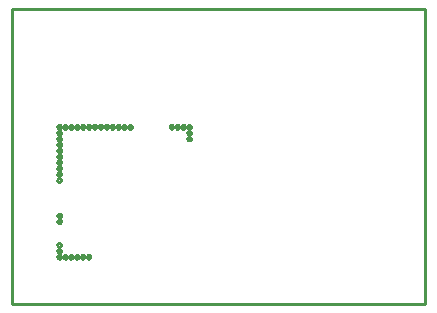
<source format=gbr>
G04 EAGLE Gerber X2 export*
%TF.Part,Single*%
%TF.FileFunction,Profile,NP*%
%TF.FilePolarity,Positive*%
%TF.GenerationSoftware,Autodesk,EAGLE,8.6.3*%
%TF.CreationDate,2018-03-01T00:52:03Z*%
G75*
%MOMM*%
%FSLAX34Y34*%
%LPD*%
%AMOC8*
5,1,8,0,0,1.08239X$1,22.5*%
G01*
%ADD10C,0.254000*%


D10*
X0Y0D02*
X350000Y0D01*
X350000Y250000D01*
X0Y250000D01*
X0Y0D01*
X41500Y144852D02*
X41442Y144562D01*
X41329Y144289D01*
X41165Y144044D01*
X40956Y143835D01*
X40711Y143671D01*
X40438Y143558D01*
X40148Y143500D01*
X39852Y143500D01*
X39562Y143558D01*
X39289Y143671D01*
X39044Y143835D01*
X38835Y144044D01*
X38671Y144289D01*
X38558Y144562D01*
X38500Y144852D01*
X38500Y145148D01*
X38558Y145438D01*
X38671Y145711D01*
X38835Y145956D01*
X39044Y146165D01*
X39289Y146329D01*
X39562Y146442D01*
X39852Y146500D01*
X40148Y146500D01*
X40438Y146442D01*
X40711Y146329D01*
X40956Y146165D01*
X41165Y145956D01*
X41329Y145711D01*
X41442Y145438D01*
X41500Y145148D01*
X41500Y144852D01*
X41500Y139852D02*
X41442Y139562D01*
X41329Y139289D01*
X41165Y139044D01*
X40956Y138835D01*
X40711Y138671D01*
X40438Y138558D01*
X40148Y138500D01*
X39852Y138500D01*
X39562Y138558D01*
X39289Y138671D01*
X39044Y138835D01*
X38835Y139044D01*
X38671Y139289D01*
X38558Y139562D01*
X38500Y139852D01*
X38500Y140148D01*
X38558Y140438D01*
X38671Y140711D01*
X38835Y140956D01*
X39044Y141165D01*
X39289Y141329D01*
X39562Y141442D01*
X39852Y141500D01*
X40148Y141500D01*
X40438Y141442D01*
X40711Y141329D01*
X40956Y141165D01*
X41165Y140956D01*
X41329Y140711D01*
X41442Y140438D01*
X41500Y140148D01*
X41500Y139852D01*
X41500Y134852D02*
X41442Y134562D01*
X41329Y134289D01*
X41165Y134044D01*
X40956Y133835D01*
X40711Y133671D01*
X40438Y133558D01*
X40148Y133500D01*
X39852Y133500D01*
X39562Y133558D01*
X39289Y133671D01*
X39044Y133835D01*
X38835Y134044D01*
X38671Y134289D01*
X38558Y134562D01*
X38500Y134852D01*
X38500Y135148D01*
X38558Y135438D01*
X38671Y135711D01*
X38835Y135956D01*
X39044Y136165D01*
X39289Y136329D01*
X39562Y136442D01*
X39852Y136500D01*
X40148Y136500D01*
X40438Y136442D01*
X40711Y136329D01*
X40956Y136165D01*
X41165Y135956D01*
X41329Y135711D01*
X41442Y135438D01*
X41500Y135148D01*
X41500Y134852D01*
X41500Y129852D02*
X41442Y129562D01*
X41329Y129289D01*
X41165Y129044D01*
X40956Y128835D01*
X40711Y128671D01*
X40438Y128558D01*
X40148Y128500D01*
X39852Y128500D01*
X39562Y128558D01*
X39289Y128671D01*
X39044Y128835D01*
X38835Y129044D01*
X38671Y129289D01*
X38558Y129562D01*
X38500Y129852D01*
X38500Y130148D01*
X38558Y130438D01*
X38671Y130711D01*
X38835Y130956D01*
X39044Y131165D01*
X39289Y131329D01*
X39562Y131442D01*
X39852Y131500D01*
X40148Y131500D01*
X40438Y131442D01*
X40711Y131329D01*
X40956Y131165D01*
X41165Y130956D01*
X41329Y130711D01*
X41442Y130438D01*
X41500Y130148D01*
X41500Y129852D01*
X41500Y124852D02*
X41442Y124562D01*
X41329Y124289D01*
X41165Y124044D01*
X40956Y123835D01*
X40711Y123671D01*
X40438Y123558D01*
X40148Y123500D01*
X39852Y123500D01*
X39562Y123558D01*
X39289Y123671D01*
X39044Y123835D01*
X38835Y124044D01*
X38671Y124289D01*
X38558Y124562D01*
X38500Y124852D01*
X38500Y125148D01*
X38558Y125438D01*
X38671Y125711D01*
X38835Y125956D01*
X39044Y126165D01*
X39289Y126329D01*
X39562Y126442D01*
X39852Y126500D01*
X40148Y126500D01*
X40438Y126442D01*
X40711Y126329D01*
X40956Y126165D01*
X41165Y125956D01*
X41329Y125711D01*
X41442Y125438D01*
X41500Y125148D01*
X41500Y124852D01*
X41500Y119852D02*
X41442Y119562D01*
X41329Y119289D01*
X41165Y119044D01*
X40956Y118835D01*
X40711Y118671D01*
X40438Y118558D01*
X40148Y118500D01*
X39852Y118500D01*
X39562Y118558D01*
X39289Y118671D01*
X39044Y118835D01*
X38835Y119044D01*
X38671Y119289D01*
X38558Y119562D01*
X38500Y119852D01*
X38500Y120148D01*
X38558Y120438D01*
X38671Y120711D01*
X38835Y120956D01*
X39044Y121165D01*
X39289Y121329D01*
X39562Y121442D01*
X39852Y121500D01*
X40148Y121500D01*
X40438Y121442D01*
X40711Y121329D01*
X40956Y121165D01*
X41165Y120956D01*
X41329Y120711D01*
X41442Y120438D01*
X41500Y120148D01*
X41500Y119852D01*
X41500Y114852D02*
X41442Y114562D01*
X41329Y114289D01*
X41165Y114044D01*
X40956Y113835D01*
X40711Y113671D01*
X40438Y113558D01*
X40148Y113500D01*
X39852Y113500D01*
X39562Y113558D01*
X39289Y113671D01*
X39044Y113835D01*
X38835Y114044D01*
X38671Y114289D01*
X38558Y114562D01*
X38500Y114852D01*
X38500Y115148D01*
X38558Y115438D01*
X38671Y115711D01*
X38835Y115956D01*
X39044Y116165D01*
X39289Y116329D01*
X39562Y116442D01*
X39852Y116500D01*
X40148Y116500D01*
X40438Y116442D01*
X40711Y116329D01*
X40956Y116165D01*
X41165Y115956D01*
X41329Y115711D01*
X41442Y115438D01*
X41500Y115148D01*
X41500Y114852D01*
X41500Y109852D02*
X41442Y109562D01*
X41329Y109289D01*
X41165Y109044D01*
X40956Y108835D01*
X40711Y108671D01*
X40438Y108558D01*
X40148Y108500D01*
X39852Y108500D01*
X39562Y108558D01*
X39289Y108671D01*
X39044Y108835D01*
X38835Y109044D01*
X38671Y109289D01*
X38558Y109562D01*
X38500Y109852D01*
X38500Y110148D01*
X38558Y110438D01*
X38671Y110711D01*
X38835Y110956D01*
X39044Y111165D01*
X39289Y111329D01*
X39562Y111442D01*
X39852Y111500D01*
X40148Y111500D01*
X40438Y111442D01*
X40711Y111329D01*
X40956Y111165D01*
X41165Y110956D01*
X41329Y110711D01*
X41442Y110438D01*
X41500Y110148D01*
X41500Y109852D01*
X41500Y104852D02*
X41442Y104562D01*
X41329Y104289D01*
X41165Y104044D01*
X40956Y103835D01*
X40711Y103671D01*
X40438Y103558D01*
X40148Y103500D01*
X39852Y103500D01*
X39562Y103558D01*
X39289Y103671D01*
X39044Y103835D01*
X38835Y104044D01*
X38671Y104289D01*
X38558Y104562D01*
X38500Y104852D01*
X38500Y105148D01*
X38558Y105438D01*
X38671Y105711D01*
X38835Y105956D01*
X39044Y106165D01*
X39289Y106329D01*
X39562Y106442D01*
X39852Y106500D01*
X40148Y106500D01*
X40438Y106442D01*
X40711Y106329D01*
X40956Y106165D01*
X41165Y105956D01*
X41329Y105711D01*
X41442Y105438D01*
X41500Y105148D01*
X41500Y104852D01*
X41500Y74852D02*
X41442Y74562D01*
X41329Y74289D01*
X41165Y74044D01*
X40956Y73835D01*
X40711Y73671D01*
X40438Y73558D01*
X40148Y73500D01*
X39852Y73500D01*
X39562Y73558D01*
X39289Y73671D01*
X39044Y73835D01*
X38835Y74044D01*
X38671Y74289D01*
X38558Y74562D01*
X38500Y74852D01*
X38500Y75148D01*
X38558Y75438D01*
X38671Y75711D01*
X38835Y75956D01*
X39044Y76165D01*
X39289Y76329D01*
X39562Y76442D01*
X39852Y76500D01*
X40148Y76500D01*
X40438Y76442D01*
X40711Y76329D01*
X40956Y76165D01*
X41165Y75956D01*
X41329Y75711D01*
X41442Y75438D01*
X41500Y75148D01*
X41500Y74852D01*
X41500Y69852D02*
X41442Y69562D01*
X41329Y69289D01*
X41165Y69044D01*
X40956Y68835D01*
X40711Y68671D01*
X40438Y68558D01*
X40148Y68500D01*
X39852Y68500D01*
X39562Y68558D01*
X39289Y68671D01*
X39044Y68835D01*
X38835Y69044D01*
X38671Y69289D01*
X38558Y69562D01*
X38500Y69852D01*
X38500Y70148D01*
X38558Y70438D01*
X38671Y70711D01*
X38835Y70956D01*
X39044Y71165D01*
X39289Y71329D01*
X39562Y71442D01*
X39852Y71500D01*
X40148Y71500D01*
X40438Y71442D01*
X40711Y71329D01*
X40956Y71165D01*
X41165Y70956D01*
X41329Y70711D01*
X41442Y70438D01*
X41500Y70148D01*
X41500Y69852D01*
X41500Y49852D02*
X41442Y49562D01*
X41329Y49289D01*
X41165Y49044D01*
X40956Y48835D01*
X40711Y48671D01*
X40438Y48558D01*
X40148Y48500D01*
X39852Y48500D01*
X39562Y48558D01*
X39289Y48671D01*
X39044Y48835D01*
X38835Y49044D01*
X38671Y49289D01*
X38558Y49562D01*
X38500Y49852D01*
X38500Y50148D01*
X38558Y50438D01*
X38671Y50711D01*
X38835Y50956D01*
X39044Y51165D01*
X39289Y51329D01*
X39562Y51442D01*
X39852Y51500D01*
X40148Y51500D01*
X40438Y51442D01*
X40711Y51329D01*
X40956Y51165D01*
X41165Y50956D01*
X41329Y50711D01*
X41442Y50438D01*
X41500Y50148D01*
X41500Y49852D01*
X41500Y44852D02*
X41442Y44562D01*
X41329Y44289D01*
X41165Y44044D01*
X40956Y43835D01*
X40711Y43671D01*
X40438Y43558D01*
X40148Y43500D01*
X39852Y43500D01*
X39562Y43558D01*
X39289Y43671D01*
X39044Y43835D01*
X38835Y44044D01*
X38671Y44289D01*
X38558Y44562D01*
X38500Y44852D01*
X38500Y45148D01*
X38558Y45438D01*
X38671Y45711D01*
X38835Y45956D01*
X39044Y46165D01*
X39289Y46329D01*
X39562Y46442D01*
X39852Y46500D01*
X40148Y46500D01*
X40438Y46442D01*
X40711Y46329D01*
X40956Y46165D01*
X41165Y45956D01*
X41329Y45711D01*
X41442Y45438D01*
X41500Y45148D01*
X41500Y44852D01*
X41500Y39852D02*
X41442Y39562D01*
X41329Y39289D01*
X41165Y39044D01*
X40956Y38835D01*
X40711Y38671D01*
X40438Y38558D01*
X40148Y38500D01*
X39852Y38500D01*
X39562Y38558D01*
X39289Y38671D01*
X39044Y38835D01*
X38835Y39044D01*
X38671Y39289D01*
X38558Y39562D01*
X38500Y39852D01*
X38500Y40148D01*
X38558Y40438D01*
X38671Y40711D01*
X38835Y40956D01*
X39044Y41165D01*
X39289Y41329D01*
X39562Y41442D01*
X39852Y41500D01*
X40148Y41500D01*
X40438Y41442D01*
X40711Y41329D01*
X40956Y41165D01*
X41165Y40956D01*
X41329Y40711D01*
X41442Y40438D01*
X41500Y40148D01*
X41500Y39852D01*
X46500Y39852D02*
X46442Y39562D01*
X46329Y39289D01*
X46165Y39044D01*
X45956Y38835D01*
X45711Y38671D01*
X45438Y38558D01*
X45148Y38500D01*
X44852Y38500D01*
X44562Y38558D01*
X44289Y38671D01*
X44044Y38835D01*
X43835Y39044D01*
X43671Y39289D01*
X43558Y39562D01*
X43500Y39852D01*
X43500Y40148D01*
X43558Y40438D01*
X43671Y40711D01*
X43835Y40956D01*
X44044Y41165D01*
X44289Y41329D01*
X44562Y41442D01*
X44852Y41500D01*
X45148Y41500D01*
X45438Y41442D01*
X45711Y41329D01*
X45956Y41165D01*
X46165Y40956D01*
X46329Y40711D01*
X46442Y40438D01*
X46500Y40148D01*
X46500Y39852D01*
X51500Y39852D02*
X51442Y39562D01*
X51329Y39289D01*
X51165Y39044D01*
X50956Y38835D01*
X50711Y38671D01*
X50438Y38558D01*
X50148Y38500D01*
X49852Y38500D01*
X49562Y38558D01*
X49289Y38671D01*
X49044Y38835D01*
X48835Y39044D01*
X48671Y39289D01*
X48558Y39562D01*
X48500Y39852D01*
X48500Y40148D01*
X48558Y40438D01*
X48671Y40711D01*
X48835Y40956D01*
X49044Y41165D01*
X49289Y41329D01*
X49562Y41442D01*
X49852Y41500D01*
X50148Y41500D01*
X50438Y41442D01*
X50711Y41329D01*
X50956Y41165D01*
X51165Y40956D01*
X51329Y40711D01*
X51442Y40438D01*
X51500Y40148D01*
X51500Y39852D01*
X56500Y39852D02*
X56442Y39562D01*
X56329Y39289D01*
X56165Y39044D01*
X55956Y38835D01*
X55711Y38671D01*
X55438Y38558D01*
X55148Y38500D01*
X54852Y38500D01*
X54562Y38558D01*
X54289Y38671D01*
X54044Y38835D01*
X53835Y39044D01*
X53671Y39289D01*
X53558Y39562D01*
X53500Y39852D01*
X53500Y40148D01*
X53558Y40438D01*
X53671Y40711D01*
X53835Y40956D01*
X54044Y41165D01*
X54289Y41329D01*
X54562Y41442D01*
X54852Y41500D01*
X55148Y41500D01*
X55438Y41442D01*
X55711Y41329D01*
X55956Y41165D01*
X56165Y40956D01*
X56329Y40711D01*
X56442Y40438D01*
X56500Y40148D01*
X56500Y39852D01*
X61500Y39852D02*
X61442Y39562D01*
X61329Y39289D01*
X61165Y39044D01*
X60956Y38835D01*
X60711Y38671D01*
X60438Y38558D01*
X60148Y38500D01*
X59852Y38500D01*
X59562Y38558D01*
X59289Y38671D01*
X59044Y38835D01*
X58835Y39044D01*
X58671Y39289D01*
X58558Y39562D01*
X58500Y39852D01*
X58500Y40148D01*
X58558Y40438D01*
X58671Y40711D01*
X58835Y40956D01*
X59044Y41165D01*
X59289Y41329D01*
X59562Y41442D01*
X59852Y41500D01*
X60148Y41500D01*
X60438Y41442D01*
X60711Y41329D01*
X60956Y41165D01*
X61165Y40956D01*
X61329Y40711D01*
X61442Y40438D01*
X61500Y40148D01*
X61500Y39852D01*
X66500Y39852D02*
X66442Y39562D01*
X66329Y39289D01*
X66165Y39044D01*
X65956Y38835D01*
X65711Y38671D01*
X65438Y38558D01*
X65148Y38500D01*
X64852Y38500D01*
X64562Y38558D01*
X64289Y38671D01*
X64044Y38835D01*
X63835Y39044D01*
X63671Y39289D01*
X63558Y39562D01*
X63500Y39852D01*
X63500Y40148D01*
X63558Y40438D01*
X63671Y40711D01*
X63835Y40956D01*
X64044Y41165D01*
X64289Y41329D01*
X64562Y41442D01*
X64852Y41500D01*
X65148Y41500D01*
X65438Y41442D01*
X65711Y41329D01*
X65956Y41165D01*
X66165Y40956D01*
X66329Y40711D01*
X66442Y40438D01*
X66500Y40148D01*
X66500Y39852D01*
X41500Y149852D02*
X41442Y149562D01*
X41329Y149289D01*
X41165Y149044D01*
X40956Y148835D01*
X40711Y148671D01*
X40438Y148558D01*
X40148Y148500D01*
X39852Y148500D01*
X39562Y148558D01*
X39289Y148671D01*
X39044Y148835D01*
X38835Y149044D01*
X38671Y149289D01*
X38558Y149562D01*
X38500Y149852D01*
X38500Y150148D01*
X38558Y150438D01*
X38671Y150711D01*
X38835Y150956D01*
X39044Y151165D01*
X39289Y151329D01*
X39562Y151442D01*
X39852Y151500D01*
X40148Y151500D01*
X40438Y151442D01*
X40711Y151329D01*
X40956Y151165D01*
X41165Y150956D01*
X41329Y150711D01*
X41442Y150438D01*
X41500Y150148D01*
X41500Y149852D01*
X46500Y149852D02*
X46442Y149562D01*
X46329Y149289D01*
X46165Y149044D01*
X45956Y148835D01*
X45711Y148671D01*
X45438Y148558D01*
X45148Y148500D01*
X44852Y148500D01*
X44562Y148558D01*
X44289Y148671D01*
X44044Y148835D01*
X43835Y149044D01*
X43671Y149289D01*
X43558Y149562D01*
X43500Y149852D01*
X43500Y150148D01*
X43558Y150438D01*
X43671Y150711D01*
X43835Y150956D01*
X44044Y151165D01*
X44289Y151329D01*
X44562Y151442D01*
X44852Y151500D01*
X45148Y151500D01*
X45438Y151442D01*
X45711Y151329D01*
X45956Y151165D01*
X46165Y150956D01*
X46329Y150711D01*
X46442Y150438D01*
X46500Y150148D01*
X46500Y149852D01*
X51500Y149852D02*
X51442Y149562D01*
X51329Y149289D01*
X51165Y149044D01*
X50956Y148835D01*
X50711Y148671D01*
X50438Y148558D01*
X50148Y148500D01*
X49852Y148500D01*
X49562Y148558D01*
X49289Y148671D01*
X49044Y148835D01*
X48835Y149044D01*
X48671Y149289D01*
X48558Y149562D01*
X48500Y149852D01*
X48500Y150148D01*
X48558Y150438D01*
X48671Y150711D01*
X48835Y150956D01*
X49044Y151165D01*
X49289Y151329D01*
X49562Y151442D01*
X49852Y151500D01*
X50148Y151500D01*
X50438Y151442D01*
X50711Y151329D01*
X50956Y151165D01*
X51165Y150956D01*
X51329Y150711D01*
X51442Y150438D01*
X51500Y150148D01*
X51500Y149852D01*
X56500Y149852D02*
X56442Y149562D01*
X56329Y149289D01*
X56165Y149044D01*
X55956Y148835D01*
X55711Y148671D01*
X55438Y148558D01*
X55148Y148500D01*
X54852Y148500D01*
X54562Y148558D01*
X54289Y148671D01*
X54044Y148835D01*
X53835Y149044D01*
X53671Y149289D01*
X53558Y149562D01*
X53500Y149852D01*
X53500Y150148D01*
X53558Y150438D01*
X53671Y150711D01*
X53835Y150956D01*
X54044Y151165D01*
X54289Y151329D01*
X54562Y151442D01*
X54852Y151500D01*
X55148Y151500D01*
X55438Y151442D01*
X55711Y151329D01*
X55956Y151165D01*
X56165Y150956D01*
X56329Y150711D01*
X56442Y150438D01*
X56500Y150148D01*
X56500Y149852D01*
X61500Y149852D02*
X61442Y149562D01*
X61329Y149289D01*
X61165Y149044D01*
X60956Y148835D01*
X60711Y148671D01*
X60438Y148558D01*
X60148Y148500D01*
X59852Y148500D01*
X59562Y148558D01*
X59289Y148671D01*
X59044Y148835D01*
X58835Y149044D01*
X58671Y149289D01*
X58558Y149562D01*
X58500Y149852D01*
X58500Y150148D01*
X58558Y150438D01*
X58671Y150711D01*
X58835Y150956D01*
X59044Y151165D01*
X59289Y151329D01*
X59562Y151442D01*
X59852Y151500D01*
X60148Y151500D01*
X60438Y151442D01*
X60711Y151329D01*
X60956Y151165D01*
X61165Y150956D01*
X61329Y150711D01*
X61442Y150438D01*
X61500Y150148D01*
X61500Y149852D01*
X66500Y149852D02*
X66442Y149562D01*
X66329Y149289D01*
X66165Y149044D01*
X65956Y148835D01*
X65711Y148671D01*
X65438Y148558D01*
X65148Y148500D01*
X64852Y148500D01*
X64562Y148558D01*
X64289Y148671D01*
X64044Y148835D01*
X63835Y149044D01*
X63671Y149289D01*
X63558Y149562D01*
X63500Y149852D01*
X63500Y150148D01*
X63558Y150438D01*
X63671Y150711D01*
X63835Y150956D01*
X64044Y151165D01*
X64289Y151329D01*
X64562Y151442D01*
X64852Y151500D01*
X65148Y151500D01*
X65438Y151442D01*
X65711Y151329D01*
X65956Y151165D01*
X66165Y150956D01*
X66329Y150711D01*
X66442Y150438D01*
X66500Y150148D01*
X66500Y149852D01*
X71500Y149852D02*
X71442Y149562D01*
X71329Y149289D01*
X71165Y149044D01*
X70956Y148835D01*
X70711Y148671D01*
X70438Y148558D01*
X70148Y148500D01*
X69852Y148500D01*
X69562Y148558D01*
X69289Y148671D01*
X69044Y148835D01*
X68835Y149044D01*
X68671Y149289D01*
X68558Y149562D01*
X68500Y149852D01*
X68500Y150148D01*
X68558Y150438D01*
X68671Y150711D01*
X68835Y150956D01*
X69044Y151165D01*
X69289Y151329D01*
X69562Y151442D01*
X69852Y151500D01*
X70148Y151500D01*
X70438Y151442D01*
X70711Y151329D01*
X70956Y151165D01*
X71165Y150956D01*
X71329Y150711D01*
X71442Y150438D01*
X71500Y150148D01*
X71500Y149852D01*
X76500Y149852D02*
X76442Y149562D01*
X76329Y149289D01*
X76165Y149044D01*
X75956Y148835D01*
X75711Y148671D01*
X75438Y148558D01*
X75148Y148500D01*
X74852Y148500D01*
X74562Y148558D01*
X74289Y148671D01*
X74044Y148835D01*
X73835Y149044D01*
X73671Y149289D01*
X73558Y149562D01*
X73500Y149852D01*
X73500Y150148D01*
X73558Y150438D01*
X73671Y150711D01*
X73835Y150956D01*
X74044Y151165D01*
X74289Y151329D01*
X74562Y151442D01*
X74852Y151500D01*
X75148Y151500D01*
X75438Y151442D01*
X75711Y151329D01*
X75956Y151165D01*
X76165Y150956D01*
X76329Y150711D01*
X76442Y150438D01*
X76500Y150148D01*
X76500Y149852D01*
X81500Y149852D02*
X81442Y149562D01*
X81329Y149289D01*
X81165Y149044D01*
X80956Y148835D01*
X80711Y148671D01*
X80438Y148558D01*
X80148Y148500D01*
X79852Y148500D01*
X79562Y148558D01*
X79289Y148671D01*
X79044Y148835D01*
X78835Y149044D01*
X78671Y149289D01*
X78558Y149562D01*
X78500Y149852D01*
X78500Y150148D01*
X78558Y150438D01*
X78671Y150711D01*
X78835Y150956D01*
X79044Y151165D01*
X79289Y151329D01*
X79562Y151442D01*
X79852Y151500D01*
X80148Y151500D01*
X80438Y151442D01*
X80711Y151329D01*
X80956Y151165D01*
X81165Y150956D01*
X81329Y150711D01*
X81442Y150438D01*
X81500Y150148D01*
X81500Y149852D01*
X86500Y149852D02*
X86442Y149562D01*
X86329Y149289D01*
X86165Y149044D01*
X85956Y148835D01*
X85711Y148671D01*
X85438Y148558D01*
X85148Y148500D01*
X84852Y148500D01*
X84562Y148558D01*
X84289Y148671D01*
X84044Y148835D01*
X83835Y149044D01*
X83671Y149289D01*
X83558Y149562D01*
X83500Y149852D01*
X83500Y150148D01*
X83558Y150438D01*
X83671Y150711D01*
X83835Y150956D01*
X84044Y151165D01*
X84289Y151329D01*
X84562Y151442D01*
X84852Y151500D01*
X85148Y151500D01*
X85438Y151442D01*
X85711Y151329D01*
X85956Y151165D01*
X86165Y150956D01*
X86329Y150711D01*
X86442Y150438D01*
X86500Y150148D01*
X86500Y149852D01*
X91500Y149852D02*
X91442Y149562D01*
X91329Y149289D01*
X91165Y149044D01*
X90956Y148835D01*
X90711Y148671D01*
X90438Y148558D01*
X90148Y148500D01*
X89852Y148500D01*
X89562Y148558D01*
X89289Y148671D01*
X89044Y148835D01*
X88835Y149044D01*
X88671Y149289D01*
X88558Y149562D01*
X88500Y149852D01*
X88500Y150148D01*
X88558Y150438D01*
X88671Y150711D01*
X88835Y150956D01*
X89044Y151165D01*
X89289Y151329D01*
X89562Y151442D01*
X89852Y151500D01*
X90148Y151500D01*
X90438Y151442D01*
X90711Y151329D01*
X90956Y151165D01*
X91165Y150956D01*
X91329Y150711D01*
X91442Y150438D01*
X91500Y150148D01*
X91500Y149852D01*
X96500Y149852D02*
X96442Y149562D01*
X96329Y149289D01*
X96165Y149044D01*
X95956Y148835D01*
X95711Y148671D01*
X95438Y148558D01*
X95148Y148500D01*
X94852Y148500D01*
X94562Y148558D01*
X94289Y148671D01*
X94044Y148835D01*
X93835Y149044D01*
X93671Y149289D01*
X93558Y149562D01*
X93500Y149852D01*
X93500Y150148D01*
X93558Y150438D01*
X93671Y150711D01*
X93835Y150956D01*
X94044Y151165D01*
X94289Y151329D01*
X94562Y151442D01*
X94852Y151500D01*
X95148Y151500D01*
X95438Y151442D01*
X95711Y151329D01*
X95956Y151165D01*
X96165Y150956D01*
X96329Y150711D01*
X96442Y150438D01*
X96500Y150148D01*
X96500Y149852D01*
X101500Y149852D02*
X101442Y149562D01*
X101329Y149289D01*
X101165Y149044D01*
X100956Y148835D01*
X100711Y148671D01*
X100438Y148558D01*
X100148Y148500D01*
X99852Y148500D01*
X99562Y148558D01*
X99289Y148671D01*
X99044Y148835D01*
X98835Y149044D01*
X98671Y149289D01*
X98558Y149562D01*
X98500Y149852D01*
X98500Y150148D01*
X98558Y150438D01*
X98671Y150711D01*
X98835Y150956D01*
X99044Y151165D01*
X99289Y151329D01*
X99562Y151442D01*
X99852Y151500D01*
X100148Y151500D01*
X100438Y151442D01*
X100711Y151329D01*
X100956Y151165D01*
X101165Y150956D01*
X101329Y150711D01*
X101442Y150438D01*
X101500Y150148D01*
X101500Y149852D01*
X136500Y149852D02*
X136442Y149562D01*
X136329Y149289D01*
X136165Y149044D01*
X135956Y148835D01*
X135711Y148671D01*
X135438Y148558D01*
X135148Y148500D01*
X134852Y148500D01*
X134562Y148558D01*
X134289Y148671D01*
X134044Y148835D01*
X133835Y149044D01*
X133671Y149289D01*
X133558Y149562D01*
X133500Y149852D01*
X133500Y150148D01*
X133558Y150438D01*
X133671Y150711D01*
X133835Y150956D01*
X134044Y151165D01*
X134289Y151329D01*
X134562Y151442D01*
X134852Y151500D01*
X135148Y151500D01*
X135438Y151442D01*
X135711Y151329D01*
X135956Y151165D01*
X136165Y150956D01*
X136329Y150711D01*
X136442Y150438D01*
X136500Y150148D01*
X136500Y149852D01*
X141500Y149852D02*
X141442Y149562D01*
X141329Y149289D01*
X141165Y149044D01*
X140956Y148835D01*
X140711Y148671D01*
X140438Y148558D01*
X140148Y148500D01*
X139852Y148500D01*
X139562Y148558D01*
X139289Y148671D01*
X139044Y148835D01*
X138835Y149044D01*
X138671Y149289D01*
X138558Y149562D01*
X138500Y149852D01*
X138500Y150148D01*
X138558Y150438D01*
X138671Y150711D01*
X138835Y150956D01*
X139044Y151165D01*
X139289Y151329D01*
X139562Y151442D01*
X139852Y151500D01*
X140148Y151500D01*
X140438Y151442D01*
X140711Y151329D01*
X140956Y151165D01*
X141165Y150956D01*
X141329Y150711D01*
X141442Y150438D01*
X141500Y150148D01*
X141500Y149852D01*
X146500Y149852D02*
X146442Y149562D01*
X146329Y149289D01*
X146165Y149044D01*
X145956Y148835D01*
X145711Y148671D01*
X145438Y148558D01*
X145148Y148500D01*
X144852Y148500D01*
X144562Y148558D01*
X144289Y148671D01*
X144044Y148835D01*
X143835Y149044D01*
X143671Y149289D01*
X143558Y149562D01*
X143500Y149852D01*
X143500Y150148D01*
X143558Y150438D01*
X143671Y150711D01*
X143835Y150956D01*
X144044Y151165D01*
X144289Y151329D01*
X144562Y151442D01*
X144852Y151500D01*
X145148Y151500D01*
X145438Y151442D01*
X145711Y151329D01*
X145956Y151165D01*
X146165Y150956D01*
X146329Y150711D01*
X146442Y150438D01*
X146500Y150148D01*
X146500Y149852D01*
X151500Y149852D02*
X151442Y149562D01*
X151329Y149289D01*
X151165Y149044D01*
X150956Y148835D01*
X150711Y148671D01*
X150438Y148558D01*
X150148Y148500D01*
X149852Y148500D01*
X149562Y148558D01*
X149289Y148671D01*
X149044Y148835D01*
X148835Y149044D01*
X148671Y149289D01*
X148558Y149562D01*
X148500Y149852D01*
X148500Y150148D01*
X148558Y150438D01*
X148671Y150711D01*
X148835Y150956D01*
X149044Y151165D01*
X149289Y151329D01*
X149562Y151442D01*
X149852Y151500D01*
X150148Y151500D01*
X150438Y151442D01*
X150711Y151329D01*
X150956Y151165D01*
X151165Y150956D01*
X151329Y150711D01*
X151442Y150438D01*
X151500Y150148D01*
X151500Y149852D01*
X151500Y144852D02*
X151442Y144562D01*
X151329Y144289D01*
X151165Y144044D01*
X150956Y143835D01*
X150711Y143671D01*
X150438Y143558D01*
X150148Y143500D01*
X149852Y143500D01*
X149562Y143558D01*
X149289Y143671D01*
X149044Y143835D01*
X148835Y144044D01*
X148671Y144289D01*
X148558Y144562D01*
X148500Y144852D01*
X148500Y145148D01*
X148558Y145438D01*
X148671Y145711D01*
X148835Y145956D01*
X149044Y146165D01*
X149289Y146329D01*
X149562Y146442D01*
X149852Y146500D01*
X150148Y146500D01*
X150438Y146442D01*
X150711Y146329D01*
X150956Y146165D01*
X151165Y145956D01*
X151329Y145711D01*
X151442Y145438D01*
X151500Y145148D01*
X151500Y144852D01*
X151500Y139852D02*
X151442Y139562D01*
X151329Y139289D01*
X151165Y139044D01*
X150956Y138835D01*
X150711Y138671D01*
X150438Y138558D01*
X150148Y138500D01*
X149852Y138500D01*
X149562Y138558D01*
X149289Y138671D01*
X149044Y138835D01*
X148835Y139044D01*
X148671Y139289D01*
X148558Y139562D01*
X148500Y139852D01*
X148500Y140148D01*
X148558Y140438D01*
X148671Y140711D01*
X148835Y140956D01*
X149044Y141165D01*
X149289Y141329D01*
X149562Y141442D01*
X149852Y141500D01*
X150148Y141500D01*
X150438Y141442D01*
X150711Y141329D01*
X150956Y141165D01*
X151165Y140956D01*
X151329Y140711D01*
X151442Y140438D01*
X151500Y140148D01*
X151500Y139852D01*
X41500Y144852D02*
X41442Y144562D01*
X41329Y144289D01*
X41165Y144044D01*
X40956Y143835D01*
X40711Y143671D01*
X40438Y143558D01*
X40148Y143500D01*
X39852Y143500D01*
X39562Y143558D01*
X39289Y143671D01*
X39044Y143835D01*
X38835Y144044D01*
X38671Y144289D01*
X38558Y144562D01*
X38500Y144852D01*
X38500Y145148D01*
X38558Y145438D01*
X38671Y145711D01*
X38835Y145956D01*
X39044Y146165D01*
X39289Y146329D01*
X39562Y146442D01*
X39852Y146500D01*
X40148Y146500D01*
X40438Y146442D01*
X40711Y146329D01*
X40956Y146165D01*
X41165Y145956D01*
X41329Y145711D01*
X41442Y145438D01*
X41500Y145148D01*
X41500Y144852D01*
X41500Y139852D02*
X41442Y139562D01*
X41329Y139289D01*
X41165Y139044D01*
X40956Y138835D01*
X40711Y138671D01*
X40438Y138558D01*
X40148Y138500D01*
X39852Y138500D01*
X39562Y138558D01*
X39289Y138671D01*
X39044Y138835D01*
X38835Y139044D01*
X38671Y139289D01*
X38558Y139562D01*
X38500Y139852D01*
X38500Y140148D01*
X38558Y140438D01*
X38671Y140711D01*
X38835Y140956D01*
X39044Y141165D01*
X39289Y141329D01*
X39562Y141442D01*
X39852Y141500D01*
X40148Y141500D01*
X40438Y141442D01*
X40711Y141329D01*
X40956Y141165D01*
X41165Y140956D01*
X41329Y140711D01*
X41442Y140438D01*
X41500Y140148D01*
X41500Y139852D01*
X41500Y134852D02*
X41442Y134562D01*
X41329Y134289D01*
X41165Y134044D01*
X40956Y133835D01*
X40711Y133671D01*
X40438Y133558D01*
X40148Y133500D01*
X39852Y133500D01*
X39562Y133558D01*
X39289Y133671D01*
X39044Y133835D01*
X38835Y134044D01*
X38671Y134289D01*
X38558Y134562D01*
X38500Y134852D01*
X38500Y135148D01*
X38558Y135438D01*
X38671Y135711D01*
X38835Y135956D01*
X39044Y136165D01*
X39289Y136329D01*
X39562Y136442D01*
X39852Y136500D01*
X40148Y136500D01*
X40438Y136442D01*
X40711Y136329D01*
X40956Y136165D01*
X41165Y135956D01*
X41329Y135711D01*
X41442Y135438D01*
X41500Y135148D01*
X41500Y134852D01*
X41500Y129852D02*
X41442Y129562D01*
X41329Y129289D01*
X41165Y129044D01*
X40956Y128835D01*
X40711Y128671D01*
X40438Y128558D01*
X40148Y128500D01*
X39852Y128500D01*
X39562Y128558D01*
X39289Y128671D01*
X39044Y128835D01*
X38835Y129044D01*
X38671Y129289D01*
X38558Y129562D01*
X38500Y129852D01*
X38500Y130148D01*
X38558Y130438D01*
X38671Y130711D01*
X38835Y130956D01*
X39044Y131165D01*
X39289Y131329D01*
X39562Y131442D01*
X39852Y131500D01*
X40148Y131500D01*
X40438Y131442D01*
X40711Y131329D01*
X40956Y131165D01*
X41165Y130956D01*
X41329Y130711D01*
X41442Y130438D01*
X41500Y130148D01*
X41500Y129852D01*
X41500Y124852D02*
X41442Y124562D01*
X41329Y124289D01*
X41165Y124044D01*
X40956Y123835D01*
X40711Y123671D01*
X40438Y123558D01*
X40148Y123500D01*
X39852Y123500D01*
X39562Y123558D01*
X39289Y123671D01*
X39044Y123835D01*
X38835Y124044D01*
X38671Y124289D01*
X38558Y124562D01*
X38500Y124852D01*
X38500Y125148D01*
X38558Y125438D01*
X38671Y125711D01*
X38835Y125956D01*
X39044Y126165D01*
X39289Y126329D01*
X39562Y126442D01*
X39852Y126500D01*
X40148Y126500D01*
X40438Y126442D01*
X40711Y126329D01*
X40956Y126165D01*
X41165Y125956D01*
X41329Y125711D01*
X41442Y125438D01*
X41500Y125148D01*
X41500Y124852D01*
X41500Y119852D02*
X41442Y119562D01*
X41329Y119289D01*
X41165Y119044D01*
X40956Y118835D01*
X40711Y118671D01*
X40438Y118558D01*
X40148Y118500D01*
X39852Y118500D01*
X39562Y118558D01*
X39289Y118671D01*
X39044Y118835D01*
X38835Y119044D01*
X38671Y119289D01*
X38558Y119562D01*
X38500Y119852D01*
X38500Y120148D01*
X38558Y120438D01*
X38671Y120711D01*
X38835Y120956D01*
X39044Y121165D01*
X39289Y121329D01*
X39562Y121442D01*
X39852Y121500D01*
X40148Y121500D01*
X40438Y121442D01*
X40711Y121329D01*
X40956Y121165D01*
X41165Y120956D01*
X41329Y120711D01*
X41442Y120438D01*
X41500Y120148D01*
X41500Y119852D01*
X41500Y114852D02*
X41442Y114562D01*
X41329Y114289D01*
X41165Y114044D01*
X40956Y113835D01*
X40711Y113671D01*
X40438Y113558D01*
X40148Y113500D01*
X39852Y113500D01*
X39562Y113558D01*
X39289Y113671D01*
X39044Y113835D01*
X38835Y114044D01*
X38671Y114289D01*
X38558Y114562D01*
X38500Y114852D01*
X38500Y115148D01*
X38558Y115438D01*
X38671Y115711D01*
X38835Y115956D01*
X39044Y116165D01*
X39289Y116329D01*
X39562Y116442D01*
X39852Y116500D01*
X40148Y116500D01*
X40438Y116442D01*
X40711Y116329D01*
X40956Y116165D01*
X41165Y115956D01*
X41329Y115711D01*
X41442Y115438D01*
X41500Y115148D01*
X41500Y114852D01*
X41500Y109852D02*
X41442Y109562D01*
X41329Y109289D01*
X41165Y109044D01*
X40956Y108835D01*
X40711Y108671D01*
X40438Y108558D01*
X40148Y108500D01*
X39852Y108500D01*
X39562Y108558D01*
X39289Y108671D01*
X39044Y108835D01*
X38835Y109044D01*
X38671Y109289D01*
X38558Y109562D01*
X38500Y109852D01*
X38500Y110148D01*
X38558Y110438D01*
X38671Y110711D01*
X38835Y110956D01*
X39044Y111165D01*
X39289Y111329D01*
X39562Y111442D01*
X39852Y111500D01*
X40148Y111500D01*
X40438Y111442D01*
X40711Y111329D01*
X40956Y111165D01*
X41165Y110956D01*
X41329Y110711D01*
X41442Y110438D01*
X41500Y110148D01*
X41500Y109852D01*
X41500Y104852D02*
X41442Y104562D01*
X41329Y104289D01*
X41165Y104044D01*
X40956Y103835D01*
X40711Y103671D01*
X40438Y103558D01*
X40148Y103500D01*
X39852Y103500D01*
X39562Y103558D01*
X39289Y103671D01*
X39044Y103835D01*
X38835Y104044D01*
X38671Y104289D01*
X38558Y104562D01*
X38500Y104852D01*
X38500Y105148D01*
X38558Y105438D01*
X38671Y105711D01*
X38835Y105956D01*
X39044Y106165D01*
X39289Y106329D01*
X39562Y106442D01*
X39852Y106500D01*
X40148Y106500D01*
X40438Y106442D01*
X40711Y106329D01*
X40956Y106165D01*
X41165Y105956D01*
X41329Y105711D01*
X41442Y105438D01*
X41500Y105148D01*
X41500Y104852D01*
X41500Y74852D02*
X41442Y74562D01*
X41329Y74289D01*
X41165Y74044D01*
X40956Y73835D01*
X40711Y73671D01*
X40438Y73558D01*
X40148Y73500D01*
X39852Y73500D01*
X39562Y73558D01*
X39289Y73671D01*
X39044Y73835D01*
X38835Y74044D01*
X38671Y74289D01*
X38558Y74562D01*
X38500Y74852D01*
X38500Y75148D01*
X38558Y75438D01*
X38671Y75711D01*
X38835Y75956D01*
X39044Y76165D01*
X39289Y76329D01*
X39562Y76442D01*
X39852Y76500D01*
X40148Y76500D01*
X40438Y76442D01*
X40711Y76329D01*
X40956Y76165D01*
X41165Y75956D01*
X41329Y75711D01*
X41442Y75438D01*
X41500Y75148D01*
X41500Y74852D01*
X41500Y69852D02*
X41442Y69562D01*
X41329Y69289D01*
X41165Y69044D01*
X40956Y68835D01*
X40711Y68671D01*
X40438Y68558D01*
X40148Y68500D01*
X39852Y68500D01*
X39562Y68558D01*
X39289Y68671D01*
X39044Y68835D01*
X38835Y69044D01*
X38671Y69289D01*
X38558Y69562D01*
X38500Y69852D01*
X38500Y70148D01*
X38558Y70438D01*
X38671Y70711D01*
X38835Y70956D01*
X39044Y71165D01*
X39289Y71329D01*
X39562Y71442D01*
X39852Y71500D01*
X40148Y71500D01*
X40438Y71442D01*
X40711Y71329D01*
X40956Y71165D01*
X41165Y70956D01*
X41329Y70711D01*
X41442Y70438D01*
X41500Y70148D01*
X41500Y69852D01*
X41500Y49852D02*
X41442Y49562D01*
X41329Y49289D01*
X41165Y49044D01*
X40956Y48835D01*
X40711Y48671D01*
X40438Y48558D01*
X40148Y48500D01*
X39852Y48500D01*
X39562Y48558D01*
X39289Y48671D01*
X39044Y48835D01*
X38835Y49044D01*
X38671Y49289D01*
X38558Y49562D01*
X38500Y49852D01*
X38500Y50148D01*
X38558Y50438D01*
X38671Y50711D01*
X38835Y50956D01*
X39044Y51165D01*
X39289Y51329D01*
X39562Y51442D01*
X39852Y51500D01*
X40148Y51500D01*
X40438Y51442D01*
X40711Y51329D01*
X40956Y51165D01*
X41165Y50956D01*
X41329Y50711D01*
X41442Y50438D01*
X41500Y50148D01*
X41500Y49852D01*
X41500Y44852D02*
X41442Y44562D01*
X41329Y44289D01*
X41165Y44044D01*
X40956Y43835D01*
X40711Y43671D01*
X40438Y43558D01*
X40148Y43500D01*
X39852Y43500D01*
X39562Y43558D01*
X39289Y43671D01*
X39044Y43835D01*
X38835Y44044D01*
X38671Y44289D01*
X38558Y44562D01*
X38500Y44852D01*
X38500Y45148D01*
X38558Y45438D01*
X38671Y45711D01*
X38835Y45956D01*
X39044Y46165D01*
X39289Y46329D01*
X39562Y46442D01*
X39852Y46500D01*
X40148Y46500D01*
X40438Y46442D01*
X40711Y46329D01*
X40956Y46165D01*
X41165Y45956D01*
X41329Y45711D01*
X41442Y45438D01*
X41500Y45148D01*
X41500Y44852D01*
X41500Y39852D02*
X41442Y39562D01*
X41329Y39289D01*
X41165Y39044D01*
X40956Y38835D01*
X40711Y38671D01*
X40438Y38558D01*
X40148Y38500D01*
X39852Y38500D01*
X39562Y38558D01*
X39289Y38671D01*
X39044Y38835D01*
X38835Y39044D01*
X38671Y39289D01*
X38558Y39562D01*
X38500Y39852D01*
X38500Y40148D01*
X38558Y40438D01*
X38671Y40711D01*
X38835Y40956D01*
X39044Y41165D01*
X39289Y41329D01*
X39562Y41442D01*
X39852Y41500D01*
X40148Y41500D01*
X40438Y41442D01*
X40711Y41329D01*
X40956Y41165D01*
X41165Y40956D01*
X41329Y40711D01*
X41442Y40438D01*
X41500Y40148D01*
X41500Y39852D01*
X46500Y39852D02*
X46442Y39562D01*
X46329Y39289D01*
X46165Y39044D01*
X45956Y38835D01*
X45711Y38671D01*
X45438Y38558D01*
X45148Y38500D01*
X44852Y38500D01*
X44562Y38558D01*
X44289Y38671D01*
X44044Y38835D01*
X43835Y39044D01*
X43671Y39289D01*
X43558Y39562D01*
X43500Y39852D01*
X43500Y40148D01*
X43558Y40438D01*
X43671Y40711D01*
X43835Y40956D01*
X44044Y41165D01*
X44289Y41329D01*
X44562Y41442D01*
X44852Y41500D01*
X45148Y41500D01*
X45438Y41442D01*
X45711Y41329D01*
X45956Y41165D01*
X46165Y40956D01*
X46329Y40711D01*
X46442Y40438D01*
X46500Y40148D01*
X46500Y39852D01*
X51500Y39852D02*
X51442Y39562D01*
X51329Y39289D01*
X51165Y39044D01*
X50956Y38835D01*
X50711Y38671D01*
X50438Y38558D01*
X50148Y38500D01*
X49852Y38500D01*
X49562Y38558D01*
X49289Y38671D01*
X49044Y38835D01*
X48835Y39044D01*
X48671Y39289D01*
X48558Y39562D01*
X48500Y39852D01*
X48500Y40148D01*
X48558Y40438D01*
X48671Y40711D01*
X48835Y40956D01*
X49044Y41165D01*
X49289Y41329D01*
X49562Y41442D01*
X49852Y41500D01*
X50148Y41500D01*
X50438Y41442D01*
X50711Y41329D01*
X50956Y41165D01*
X51165Y40956D01*
X51329Y40711D01*
X51442Y40438D01*
X51500Y40148D01*
X51500Y39852D01*
X56500Y39852D02*
X56442Y39562D01*
X56329Y39289D01*
X56165Y39044D01*
X55956Y38835D01*
X55711Y38671D01*
X55438Y38558D01*
X55148Y38500D01*
X54852Y38500D01*
X54562Y38558D01*
X54289Y38671D01*
X54044Y38835D01*
X53835Y39044D01*
X53671Y39289D01*
X53558Y39562D01*
X53500Y39852D01*
X53500Y40148D01*
X53558Y40438D01*
X53671Y40711D01*
X53835Y40956D01*
X54044Y41165D01*
X54289Y41329D01*
X54562Y41442D01*
X54852Y41500D01*
X55148Y41500D01*
X55438Y41442D01*
X55711Y41329D01*
X55956Y41165D01*
X56165Y40956D01*
X56329Y40711D01*
X56442Y40438D01*
X56500Y40148D01*
X56500Y39852D01*
X61500Y39852D02*
X61442Y39562D01*
X61329Y39289D01*
X61165Y39044D01*
X60956Y38835D01*
X60711Y38671D01*
X60438Y38558D01*
X60148Y38500D01*
X59852Y38500D01*
X59562Y38558D01*
X59289Y38671D01*
X59044Y38835D01*
X58835Y39044D01*
X58671Y39289D01*
X58558Y39562D01*
X58500Y39852D01*
X58500Y40148D01*
X58558Y40438D01*
X58671Y40711D01*
X58835Y40956D01*
X59044Y41165D01*
X59289Y41329D01*
X59562Y41442D01*
X59852Y41500D01*
X60148Y41500D01*
X60438Y41442D01*
X60711Y41329D01*
X60956Y41165D01*
X61165Y40956D01*
X61329Y40711D01*
X61442Y40438D01*
X61500Y40148D01*
X61500Y39852D01*
X66500Y39852D02*
X66442Y39562D01*
X66329Y39289D01*
X66165Y39044D01*
X65956Y38835D01*
X65711Y38671D01*
X65438Y38558D01*
X65148Y38500D01*
X64852Y38500D01*
X64562Y38558D01*
X64289Y38671D01*
X64044Y38835D01*
X63835Y39044D01*
X63671Y39289D01*
X63558Y39562D01*
X63500Y39852D01*
X63500Y40148D01*
X63558Y40438D01*
X63671Y40711D01*
X63835Y40956D01*
X64044Y41165D01*
X64289Y41329D01*
X64562Y41442D01*
X64852Y41500D01*
X65148Y41500D01*
X65438Y41442D01*
X65711Y41329D01*
X65956Y41165D01*
X66165Y40956D01*
X66329Y40711D01*
X66442Y40438D01*
X66500Y40148D01*
X66500Y39852D01*
X41500Y149852D02*
X41442Y149562D01*
X41329Y149289D01*
X41165Y149044D01*
X40956Y148835D01*
X40711Y148671D01*
X40438Y148558D01*
X40148Y148500D01*
X39852Y148500D01*
X39562Y148558D01*
X39289Y148671D01*
X39044Y148835D01*
X38835Y149044D01*
X38671Y149289D01*
X38558Y149562D01*
X38500Y149852D01*
X38500Y150148D01*
X38558Y150438D01*
X38671Y150711D01*
X38835Y150956D01*
X39044Y151165D01*
X39289Y151329D01*
X39562Y151442D01*
X39852Y151500D01*
X40148Y151500D01*
X40438Y151442D01*
X40711Y151329D01*
X40956Y151165D01*
X41165Y150956D01*
X41329Y150711D01*
X41442Y150438D01*
X41500Y150148D01*
X41500Y149852D01*
X46500Y149852D02*
X46442Y149562D01*
X46329Y149289D01*
X46165Y149044D01*
X45956Y148835D01*
X45711Y148671D01*
X45438Y148558D01*
X45148Y148500D01*
X44852Y148500D01*
X44562Y148558D01*
X44289Y148671D01*
X44044Y148835D01*
X43835Y149044D01*
X43671Y149289D01*
X43558Y149562D01*
X43500Y149852D01*
X43500Y150148D01*
X43558Y150438D01*
X43671Y150711D01*
X43835Y150956D01*
X44044Y151165D01*
X44289Y151329D01*
X44562Y151442D01*
X44852Y151500D01*
X45148Y151500D01*
X45438Y151442D01*
X45711Y151329D01*
X45956Y151165D01*
X46165Y150956D01*
X46329Y150711D01*
X46442Y150438D01*
X46500Y150148D01*
X46500Y149852D01*
X51500Y149852D02*
X51442Y149562D01*
X51329Y149289D01*
X51165Y149044D01*
X50956Y148835D01*
X50711Y148671D01*
X50438Y148558D01*
X50148Y148500D01*
X49852Y148500D01*
X49562Y148558D01*
X49289Y148671D01*
X49044Y148835D01*
X48835Y149044D01*
X48671Y149289D01*
X48558Y149562D01*
X48500Y149852D01*
X48500Y150148D01*
X48558Y150438D01*
X48671Y150711D01*
X48835Y150956D01*
X49044Y151165D01*
X49289Y151329D01*
X49562Y151442D01*
X49852Y151500D01*
X50148Y151500D01*
X50438Y151442D01*
X50711Y151329D01*
X50956Y151165D01*
X51165Y150956D01*
X51329Y150711D01*
X51442Y150438D01*
X51500Y150148D01*
X51500Y149852D01*
X56500Y149852D02*
X56442Y149562D01*
X56329Y149289D01*
X56165Y149044D01*
X55956Y148835D01*
X55711Y148671D01*
X55438Y148558D01*
X55148Y148500D01*
X54852Y148500D01*
X54562Y148558D01*
X54289Y148671D01*
X54044Y148835D01*
X53835Y149044D01*
X53671Y149289D01*
X53558Y149562D01*
X53500Y149852D01*
X53500Y150148D01*
X53558Y150438D01*
X53671Y150711D01*
X53835Y150956D01*
X54044Y151165D01*
X54289Y151329D01*
X54562Y151442D01*
X54852Y151500D01*
X55148Y151500D01*
X55438Y151442D01*
X55711Y151329D01*
X55956Y151165D01*
X56165Y150956D01*
X56329Y150711D01*
X56442Y150438D01*
X56500Y150148D01*
X56500Y149852D01*
X61500Y149852D02*
X61442Y149562D01*
X61329Y149289D01*
X61165Y149044D01*
X60956Y148835D01*
X60711Y148671D01*
X60438Y148558D01*
X60148Y148500D01*
X59852Y148500D01*
X59562Y148558D01*
X59289Y148671D01*
X59044Y148835D01*
X58835Y149044D01*
X58671Y149289D01*
X58558Y149562D01*
X58500Y149852D01*
X58500Y150148D01*
X58558Y150438D01*
X58671Y150711D01*
X58835Y150956D01*
X59044Y151165D01*
X59289Y151329D01*
X59562Y151442D01*
X59852Y151500D01*
X60148Y151500D01*
X60438Y151442D01*
X60711Y151329D01*
X60956Y151165D01*
X61165Y150956D01*
X61329Y150711D01*
X61442Y150438D01*
X61500Y150148D01*
X61500Y149852D01*
X66500Y149852D02*
X66442Y149562D01*
X66329Y149289D01*
X66165Y149044D01*
X65956Y148835D01*
X65711Y148671D01*
X65438Y148558D01*
X65148Y148500D01*
X64852Y148500D01*
X64562Y148558D01*
X64289Y148671D01*
X64044Y148835D01*
X63835Y149044D01*
X63671Y149289D01*
X63558Y149562D01*
X63500Y149852D01*
X63500Y150148D01*
X63558Y150438D01*
X63671Y150711D01*
X63835Y150956D01*
X64044Y151165D01*
X64289Y151329D01*
X64562Y151442D01*
X64852Y151500D01*
X65148Y151500D01*
X65438Y151442D01*
X65711Y151329D01*
X65956Y151165D01*
X66165Y150956D01*
X66329Y150711D01*
X66442Y150438D01*
X66500Y150148D01*
X66500Y149852D01*
X71500Y149852D02*
X71442Y149562D01*
X71329Y149289D01*
X71165Y149044D01*
X70956Y148835D01*
X70711Y148671D01*
X70438Y148558D01*
X70148Y148500D01*
X69852Y148500D01*
X69562Y148558D01*
X69289Y148671D01*
X69044Y148835D01*
X68835Y149044D01*
X68671Y149289D01*
X68558Y149562D01*
X68500Y149852D01*
X68500Y150148D01*
X68558Y150438D01*
X68671Y150711D01*
X68835Y150956D01*
X69044Y151165D01*
X69289Y151329D01*
X69562Y151442D01*
X69852Y151500D01*
X70148Y151500D01*
X70438Y151442D01*
X70711Y151329D01*
X70956Y151165D01*
X71165Y150956D01*
X71329Y150711D01*
X71442Y150438D01*
X71500Y150148D01*
X71500Y149852D01*
X76500Y149852D02*
X76442Y149562D01*
X76329Y149289D01*
X76165Y149044D01*
X75956Y148835D01*
X75711Y148671D01*
X75438Y148558D01*
X75148Y148500D01*
X74852Y148500D01*
X74562Y148558D01*
X74289Y148671D01*
X74044Y148835D01*
X73835Y149044D01*
X73671Y149289D01*
X73558Y149562D01*
X73500Y149852D01*
X73500Y150148D01*
X73558Y150438D01*
X73671Y150711D01*
X73835Y150956D01*
X74044Y151165D01*
X74289Y151329D01*
X74562Y151442D01*
X74852Y151500D01*
X75148Y151500D01*
X75438Y151442D01*
X75711Y151329D01*
X75956Y151165D01*
X76165Y150956D01*
X76329Y150711D01*
X76442Y150438D01*
X76500Y150148D01*
X76500Y149852D01*
X81500Y149852D02*
X81442Y149562D01*
X81329Y149289D01*
X81165Y149044D01*
X80956Y148835D01*
X80711Y148671D01*
X80438Y148558D01*
X80148Y148500D01*
X79852Y148500D01*
X79562Y148558D01*
X79289Y148671D01*
X79044Y148835D01*
X78835Y149044D01*
X78671Y149289D01*
X78558Y149562D01*
X78500Y149852D01*
X78500Y150148D01*
X78558Y150438D01*
X78671Y150711D01*
X78835Y150956D01*
X79044Y151165D01*
X79289Y151329D01*
X79562Y151442D01*
X79852Y151500D01*
X80148Y151500D01*
X80438Y151442D01*
X80711Y151329D01*
X80956Y151165D01*
X81165Y150956D01*
X81329Y150711D01*
X81442Y150438D01*
X81500Y150148D01*
X81500Y149852D01*
X86500Y149852D02*
X86442Y149562D01*
X86329Y149289D01*
X86165Y149044D01*
X85956Y148835D01*
X85711Y148671D01*
X85438Y148558D01*
X85148Y148500D01*
X84852Y148500D01*
X84562Y148558D01*
X84289Y148671D01*
X84044Y148835D01*
X83835Y149044D01*
X83671Y149289D01*
X83558Y149562D01*
X83500Y149852D01*
X83500Y150148D01*
X83558Y150438D01*
X83671Y150711D01*
X83835Y150956D01*
X84044Y151165D01*
X84289Y151329D01*
X84562Y151442D01*
X84852Y151500D01*
X85148Y151500D01*
X85438Y151442D01*
X85711Y151329D01*
X85956Y151165D01*
X86165Y150956D01*
X86329Y150711D01*
X86442Y150438D01*
X86500Y150148D01*
X86500Y149852D01*
X91500Y149852D02*
X91442Y149562D01*
X91329Y149289D01*
X91165Y149044D01*
X90956Y148835D01*
X90711Y148671D01*
X90438Y148558D01*
X90148Y148500D01*
X89852Y148500D01*
X89562Y148558D01*
X89289Y148671D01*
X89044Y148835D01*
X88835Y149044D01*
X88671Y149289D01*
X88558Y149562D01*
X88500Y149852D01*
X88500Y150148D01*
X88558Y150438D01*
X88671Y150711D01*
X88835Y150956D01*
X89044Y151165D01*
X89289Y151329D01*
X89562Y151442D01*
X89852Y151500D01*
X90148Y151500D01*
X90438Y151442D01*
X90711Y151329D01*
X90956Y151165D01*
X91165Y150956D01*
X91329Y150711D01*
X91442Y150438D01*
X91500Y150148D01*
X91500Y149852D01*
X96500Y149852D02*
X96442Y149562D01*
X96329Y149289D01*
X96165Y149044D01*
X95956Y148835D01*
X95711Y148671D01*
X95438Y148558D01*
X95148Y148500D01*
X94852Y148500D01*
X94562Y148558D01*
X94289Y148671D01*
X94044Y148835D01*
X93835Y149044D01*
X93671Y149289D01*
X93558Y149562D01*
X93500Y149852D01*
X93500Y150148D01*
X93558Y150438D01*
X93671Y150711D01*
X93835Y150956D01*
X94044Y151165D01*
X94289Y151329D01*
X94562Y151442D01*
X94852Y151500D01*
X95148Y151500D01*
X95438Y151442D01*
X95711Y151329D01*
X95956Y151165D01*
X96165Y150956D01*
X96329Y150711D01*
X96442Y150438D01*
X96500Y150148D01*
X96500Y149852D01*
X101500Y149852D02*
X101442Y149562D01*
X101329Y149289D01*
X101165Y149044D01*
X100956Y148835D01*
X100711Y148671D01*
X100438Y148558D01*
X100148Y148500D01*
X99852Y148500D01*
X99562Y148558D01*
X99289Y148671D01*
X99044Y148835D01*
X98835Y149044D01*
X98671Y149289D01*
X98558Y149562D01*
X98500Y149852D01*
X98500Y150148D01*
X98558Y150438D01*
X98671Y150711D01*
X98835Y150956D01*
X99044Y151165D01*
X99289Y151329D01*
X99562Y151442D01*
X99852Y151500D01*
X100148Y151500D01*
X100438Y151442D01*
X100711Y151329D01*
X100956Y151165D01*
X101165Y150956D01*
X101329Y150711D01*
X101442Y150438D01*
X101500Y150148D01*
X101500Y149852D01*
X136500Y149852D02*
X136442Y149562D01*
X136329Y149289D01*
X136165Y149044D01*
X135956Y148835D01*
X135711Y148671D01*
X135438Y148558D01*
X135148Y148500D01*
X134852Y148500D01*
X134562Y148558D01*
X134289Y148671D01*
X134044Y148835D01*
X133835Y149044D01*
X133671Y149289D01*
X133558Y149562D01*
X133500Y149852D01*
X133500Y150148D01*
X133558Y150438D01*
X133671Y150711D01*
X133835Y150956D01*
X134044Y151165D01*
X134289Y151329D01*
X134562Y151442D01*
X134852Y151500D01*
X135148Y151500D01*
X135438Y151442D01*
X135711Y151329D01*
X135956Y151165D01*
X136165Y150956D01*
X136329Y150711D01*
X136442Y150438D01*
X136500Y150148D01*
X136500Y149852D01*
X141500Y149852D02*
X141442Y149562D01*
X141329Y149289D01*
X141165Y149044D01*
X140956Y148835D01*
X140711Y148671D01*
X140438Y148558D01*
X140148Y148500D01*
X139852Y148500D01*
X139562Y148558D01*
X139289Y148671D01*
X139044Y148835D01*
X138835Y149044D01*
X138671Y149289D01*
X138558Y149562D01*
X138500Y149852D01*
X138500Y150148D01*
X138558Y150438D01*
X138671Y150711D01*
X138835Y150956D01*
X139044Y151165D01*
X139289Y151329D01*
X139562Y151442D01*
X139852Y151500D01*
X140148Y151500D01*
X140438Y151442D01*
X140711Y151329D01*
X140956Y151165D01*
X141165Y150956D01*
X141329Y150711D01*
X141442Y150438D01*
X141500Y150148D01*
X141500Y149852D01*
X146500Y149852D02*
X146442Y149562D01*
X146329Y149289D01*
X146165Y149044D01*
X145956Y148835D01*
X145711Y148671D01*
X145438Y148558D01*
X145148Y148500D01*
X144852Y148500D01*
X144562Y148558D01*
X144289Y148671D01*
X144044Y148835D01*
X143835Y149044D01*
X143671Y149289D01*
X143558Y149562D01*
X143500Y149852D01*
X143500Y150148D01*
X143558Y150438D01*
X143671Y150711D01*
X143835Y150956D01*
X144044Y151165D01*
X144289Y151329D01*
X144562Y151442D01*
X144852Y151500D01*
X145148Y151500D01*
X145438Y151442D01*
X145711Y151329D01*
X145956Y151165D01*
X146165Y150956D01*
X146329Y150711D01*
X146442Y150438D01*
X146500Y150148D01*
X146500Y149852D01*
X151500Y149852D02*
X151442Y149562D01*
X151329Y149289D01*
X151165Y149044D01*
X150956Y148835D01*
X150711Y148671D01*
X150438Y148558D01*
X150148Y148500D01*
X149852Y148500D01*
X149562Y148558D01*
X149289Y148671D01*
X149044Y148835D01*
X148835Y149044D01*
X148671Y149289D01*
X148558Y149562D01*
X148500Y149852D01*
X148500Y150148D01*
X148558Y150438D01*
X148671Y150711D01*
X148835Y150956D01*
X149044Y151165D01*
X149289Y151329D01*
X149562Y151442D01*
X149852Y151500D01*
X150148Y151500D01*
X150438Y151442D01*
X150711Y151329D01*
X150956Y151165D01*
X151165Y150956D01*
X151329Y150711D01*
X151442Y150438D01*
X151500Y150148D01*
X151500Y149852D01*
X151500Y144852D02*
X151442Y144562D01*
X151329Y144289D01*
X151165Y144044D01*
X150956Y143835D01*
X150711Y143671D01*
X150438Y143558D01*
X150148Y143500D01*
X149852Y143500D01*
X149562Y143558D01*
X149289Y143671D01*
X149044Y143835D01*
X148835Y144044D01*
X148671Y144289D01*
X148558Y144562D01*
X148500Y144852D01*
X148500Y145148D01*
X148558Y145438D01*
X148671Y145711D01*
X148835Y145956D01*
X149044Y146165D01*
X149289Y146329D01*
X149562Y146442D01*
X149852Y146500D01*
X150148Y146500D01*
X150438Y146442D01*
X150711Y146329D01*
X150956Y146165D01*
X151165Y145956D01*
X151329Y145711D01*
X151442Y145438D01*
X151500Y145148D01*
X151500Y144852D01*
X151500Y139852D02*
X151442Y139562D01*
X151329Y139289D01*
X151165Y139044D01*
X150956Y138835D01*
X150711Y138671D01*
X150438Y138558D01*
X150148Y138500D01*
X149852Y138500D01*
X149562Y138558D01*
X149289Y138671D01*
X149044Y138835D01*
X148835Y139044D01*
X148671Y139289D01*
X148558Y139562D01*
X148500Y139852D01*
X148500Y140148D01*
X148558Y140438D01*
X148671Y140711D01*
X148835Y140956D01*
X149044Y141165D01*
X149289Y141329D01*
X149562Y141442D01*
X149852Y141500D01*
X150148Y141500D01*
X150438Y141442D01*
X150711Y141329D01*
X150956Y141165D01*
X151165Y140956D01*
X151329Y140711D01*
X151442Y140438D01*
X151500Y140148D01*
X151500Y139852D01*
M02*

</source>
